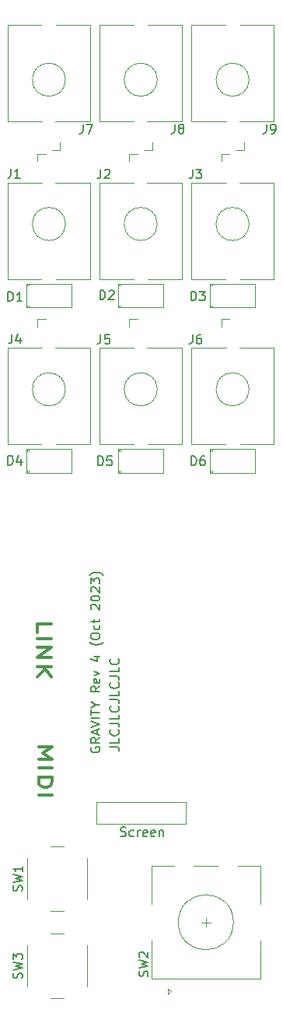
<source format=gbr>
%TF.GenerationSoftware,KiCad,Pcbnew,6.0.11-2627ca5db0~126~ubuntu22.04.1*%
%TF.CreationDate,2023-10-17T21:27:59+03:00*%
%TF.ProjectId,gtoe,67746f65-2e6b-4696-9361-645f70636258,rev?*%
%TF.SameCoordinates,Original*%
%TF.FileFunction,Legend,Top*%
%TF.FilePolarity,Positive*%
%FSLAX46Y46*%
G04 Gerber Fmt 4.6, Leading zero omitted, Abs format (unit mm)*
G04 Created by KiCad (PCBNEW 6.0.11-2627ca5db0~126~ubuntu22.04.1) date 2023-10-17 21:27:59*
%MOMM*%
%LPD*%
G01*
G04 APERTURE LIST*
%ADD10C,0.150000*%
%ADD11C,0.375000*%
%ADD12C,0.120000*%
G04 APERTURE END LIST*
D10*
X109400000Y-118961904D02*
X109352380Y-119057142D01*
X109352380Y-119200000D01*
X109400000Y-119342857D01*
X109495238Y-119438095D01*
X109590476Y-119485714D01*
X109780952Y-119533333D01*
X109923809Y-119533333D01*
X110114285Y-119485714D01*
X110209523Y-119438095D01*
X110304761Y-119342857D01*
X110352380Y-119200000D01*
X110352380Y-119104761D01*
X110304761Y-118961904D01*
X110257142Y-118914285D01*
X109923809Y-118914285D01*
X109923809Y-119104761D01*
X110352380Y-117914285D02*
X109876190Y-118247619D01*
X110352380Y-118485714D02*
X109352380Y-118485714D01*
X109352380Y-118104761D01*
X109400000Y-118009523D01*
X109447619Y-117961904D01*
X109542857Y-117914285D01*
X109685714Y-117914285D01*
X109780952Y-117961904D01*
X109828571Y-118009523D01*
X109876190Y-118104761D01*
X109876190Y-118485714D01*
X110066666Y-117533333D02*
X110066666Y-117057142D01*
X110352380Y-117628571D02*
X109352380Y-117295238D01*
X110352380Y-116961904D01*
X109352380Y-116771428D02*
X110352380Y-116438095D01*
X109352380Y-116104761D01*
X110352380Y-115771428D02*
X109352380Y-115771428D01*
X109352380Y-115438095D02*
X109352380Y-114866666D01*
X110352380Y-115152380D02*
X109352380Y-115152380D01*
X109876190Y-114342857D02*
X110352380Y-114342857D01*
X109352380Y-114676190D02*
X109876190Y-114342857D01*
X109352380Y-114009523D01*
X110352380Y-112342857D02*
X109876190Y-112676190D01*
X110352380Y-112914285D02*
X109352380Y-112914285D01*
X109352380Y-112533333D01*
X109400000Y-112438095D01*
X109447619Y-112390476D01*
X109542857Y-112342857D01*
X109685714Y-112342857D01*
X109780952Y-112390476D01*
X109828571Y-112438095D01*
X109876190Y-112533333D01*
X109876190Y-112914285D01*
X110304761Y-111533333D02*
X110352380Y-111628571D01*
X110352380Y-111819047D01*
X110304761Y-111914285D01*
X110209523Y-111961904D01*
X109828571Y-111961904D01*
X109733333Y-111914285D01*
X109685714Y-111819047D01*
X109685714Y-111628571D01*
X109733333Y-111533333D01*
X109828571Y-111485714D01*
X109923809Y-111485714D01*
X110019047Y-111961904D01*
X109685714Y-111152380D02*
X110352380Y-110914285D01*
X109685714Y-110676190D01*
X109685714Y-109104761D02*
X110352380Y-109104761D01*
X109304761Y-109342857D02*
X110019047Y-109580952D01*
X110019047Y-108961904D01*
X110733333Y-107533333D02*
X110685714Y-107580952D01*
X110542857Y-107676190D01*
X110447619Y-107723809D01*
X110304761Y-107771428D01*
X110066666Y-107819047D01*
X109876190Y-107819047D01*
X109638095Y-107771428D01*
X109495238Y-107723809D01*
X109400000Y-107676190D01*
X109257142Y-107580952D01*
X109209523Y-107533333D01*
X109352380Y-106961904D02*
X109352380Y-106771428D01*
X109400000Y-106676190D01*
X109495238Y-106580952D01*
X109685714Y-106533333D01*
X110019047Y-106533333D01*
X110209523Y-106580952D01*
X110304761Y-106676190D01*
X110352380Y-106771428D01*
X110352380Y-106961904D01*
X110304761Y-107057142D01*
X110209523Y-107152380D01*
X110019047Y-107200000D01*
X109685714Y-107200000D01*
X109495238Y-107152380D01*
X109400000Y-107057142D01*
X109352380Y-106961904D01*
X110304761Y-105676190D02*
X110352380Y-105771428D01*
X110352380Y-105961904D01*
X110304761Y-106057142D01*
X110257142Y-106104761D01*
X110161904Y-106152380D01*
X109876190Y-106152380D01*
X109780952Y-106104761D01*
X109733333Y-106057142D01*
X109685714Y-105961904D01*
X109685714Y-105771428D01*
X109733333Y-105676190D01*
X109685714Y-105390476D02*
X109685714Y-105009523D01*
X109352380Y-105247619D02*
X110209523Y-105247619D01*
X110304761Y-105200000D01*
X110352380Y-105104761D01*
X110352380Y-105009523D01*
X109447619Y-103961904D02*
X109400000Y-103914285D01*
X109352380Y-103819047D01*
X109352380Y-103580952D01*
X109400000Y-103485714D01*
X109447619Y-103438095D01*
X109542857Y-103390476D01*
X109638095Y-103390476D01*
X109780952Y-103438095D01*
X110352380Y-104009523D01*
X110352380Y-103390476D01*
X109352380Y-102771428D02*
X109352380Y-102676190D01*
X109400000Y-102580952D01*
X109447619Y-102533333D01*
X109542857Y-102485714D01*
X109733333Y-102438095D01*
X109971428Y-102438095D01*
X110161904Y-102485714D01*
X110257142Y-102533333D01*
X110304761Y-102580952D01*
X110352380Y-102676190D01*
X110352380Y-102771428D01*
X110304761Y-102866666D01*
X110257142Y-102914285D01*
X110161904Y-102961904D01*
X109971428Y-103009523D01*
X109733333Y-103009523D01*
X109542857Y-102961904D01*
X109447619Y-102914285D01*
X109400000Y-102866666D01*
X109352380Y-102771428D01*
X109447619Y-102057142D02*
X109400000Y-102009523D01*
X109352380Y-101914285D01*
X109352380Y-101676190D01*
X109400000Y-101580952D01*
X109447619Y-101533333D01*
X109542857Y-101485714D01*
X109638095Y-101485714D01*
X109780952Y-101533333D01*
X110352380Y-102104761D01*
X110352380Y-101485714D01*
X109352380Y-101152380D02*
X109352380Y-100533333D01*
X109733333Y-100866666D01*
X109733333Y-100723809D01*
X109780952Y-100628571D01*
X109828571Y-100580952D01*
X109923809Y-100533333D01*
X110161904Y-100533333D01*
X110257142Y-100580952D01*
X110304761Y-100628571D01*
X110352380Y-100723809D01*
X110352380Y-101009523D01*
X110304761Y-101104761D01*
X110257142Y-101152380D01*
X110733333Y-100200000D02*
X110685714Y-100152380D01*
X110542857Y-100057142D01*
X110447619Y-100009523D01*
X110304761Y-99961904D01*
X110066666Y-99914285D01*
X109876190Y-99914285D01*
X109638095Y-99961904D01*
X109495238Y-100009523D01*
X109400000Y-100057142D01*
X109257142Y-100152380D01*
X109209523Y-100200000D01*
X111452380Y-118919047D02*
X112166666Y-118919047D01*
X112309523Y-118966666D01*
X112404761Y-119061904D01*
X112452380Y-119204761D01*
X112452380Y-119300000D01*
X112452380Y-117966666D02*
X112452380Y-118442857D01*
X111452380Y-118442857D01*
X112357142Y-117061904D02*
X112404761Y-117109523D01*
X112452380Y-117252380D01*
X112452380Y-117347619D01*
X112404761Y-117490476D01*
X112309523Y-117585714D01*
X112214285Y-117633333D01*
X112023809Y-117680952D01*
X111880952Y-117680952D01*
X111690476Y-117633333D01*
X111595238Y-117585714D01*
X111500000Y-117490476D01*
X111452380Y-117347619D01*
X111452380Y-117252380D01*
X111500000Y-117109523D01*
X111547619Y-117061904D01*
X111452380Y-116347619D02*
X112166666Y-116347619D01*
X112309523Y-116395238D01*
X112404761Y-116490476D01*
X112452380Y-116633333D01*
X112452380Y-116728571D01*
X112452380Y-115395238D02*
X112452380Y-115871428D01*
X111452380Y-115871428D01*
X112357142Y-114490476D02*
X112404761Y-114538095D01*
X112452380Y-114680952D01*
X112452380Y-114776190D01*
X112404761Y-114919047D01*
X112309523Y-115014285D01*
X112214285Y-115061904D01*
X112023809Y-115109523D01*
X111880952Y-115109523D01*
X111690476Y-115061904D01*
X111595238Y-115014285D01*
X111500000Y-114919047D01*
X111452380Y-114776190D01*
X111452380Y-114680952D01*
X111500000Y-114538095D01*
X111547619Y-114490476D01*
X111452380Y-113776190D02*
X112166666Y-113776190D01*
X112309523Y-113823809D01*
X112404761Y-113919047D01*
X112452380Y-114061904D01*
X112452380Y-114157142D01*
X112452380Y-112823809D02*
X112452380Y-113300000D01*
X111452380Y-113300000D01*
X112357142Y-111919047D02*
X112404761Y-111966666D01*
X112452380Y-112109523D01*
X112452380Y-112204761D01*
X112404761Y-112347619D01*
X112309523Y-112442857D01*
X112214285Y-112490476D01*
X112023809Y-112538095D01*
X111880952Y-112538095D01*
X111690476Y-112490476D01*
X111595238Y-112442857D01*
X111500000Y-112347619D01*
X111452380Y-112204761D01*
X111452380Y-112109523D01*
X111500000Y-111966666D01*
X111547619Y-111919047D01*
X111452380Y-111204761D02*
X112166666Y-111204761D01*
X112309523Y-111252380D01*
X112404761Y-111347619D01*
X112452380Y-111490476D01*
X112452380Y-111585714D01*
X112452380Y-110252380D02*
X112452380Y-110728571D01*
X111452380Y-110728571D01*
X112357142Y-109347619D02*
X112404761Y-109395238D01*
X112452380Y-109538095D01*
X112452380Y-109633333D01*
X112404761Y-109776190D01*
X112309523Y-109871428D01*
X112214285Y-109919047D01*
X112023809Y-109966666D01*
X111880952Y-109966666D01*
X111690476Y-109919047D01*
X111595238Y-109871428D01*
X111500000Y-109776190D01*
X111452380Y-109633333D01*
X111452380Y-109538095D01*
X111500000Y-109395238D01*
X111547619Y-109347619D01*
%TO.C,Screen*%
X112616666Y-128604761D02*
X112759523Y-128652380D01*
X112997619Y-128652380D01*
X113092857Y-128604761D01*
X113140476Y-128557142D01*
X113188095Y-128461904D01*
X113188095Y-128366666D01*
X113140476Y-128271428D01*
X113092857Y-128223809D01*
X112997619Y-128176190D01*
X112807142Y-128128571D01*
X112711904Y-128080952D01*
X112664285Y-128033333D01*
X112616666Y-127938095D01*
X112616666Y-127842857D01*
X112664285Y-127747619D01*
X112711904Y-127700000D01*
X112807142Y-127652380D01*
X113045238Y-127652380D01*
X113188095Y-127700000D01*
X114045238Y-128604761D02*
X113950000Y-128652380D01*
X113759523Y-128652380D01*
X113664285Y-128604761D01*
X113616666Y-128557142D01*
X113569047Y-128461904D01*
X113569047Y-128176190D01*
X113616666Y-128080952D01*
X113664285Y-128033333D01*
X113759523Y-127985714D01*
X113950000Y-127985714D01*
X114045238Y-128033333D01*
X114473809Y-128652380D02*
X114473809Y-127985714D01*
X114473809Y-128176190D02*
X114521428Y-128080952D01*
X114569047Y-128033333D01*
X114664285Y-127985714D01*
X114759523Y-127985714D01*
X115473809Y-128604761D02*
X115378571Y-128652380D01*
X115188095Y-128652380D01*
X115092857Y-128604761D01*
X115045238Y-128509523D01*
X115045238Y-128128571D01*
X115092857Y-128033333D01*
X115188095Y-127985714D01*
X115378571Y-127985714D01*
X115473809Y-128033333D01*
X115521428Y-128128571D01*
X115521428Y-128223809D01*
X115045238Y-128319047D01*
X116330952Y-128604761D02*
X116235714Y-128652380D01*
X116045238Y-128652380D01*
X115950000Y-128604761D01*
X115902380Y-128509523D01*
X115902380Y-128128571D01*
X115950000Y-128033333D01*
X116045238Y-127985714D01*
X116235714Y-127985714D01*
X116330952Y-128033333D01*
X116378571Y-128128571D01*
X116378571Y-128223809D01*
X115902380Y-128319047D01*
X116807142Y-127985714D02*
X116807142Y-128652380D01*
X116807142Y-128080952D02*
X116854761Y-128033333D01*
X116950000Y-127985714D01*
X117092857Y-127985714D01*
X117188095Y-128033333D01*
X117235714Y-128128571D01*
X117235714Y-128652380D01*
D11*
%TO.C,MIDI*%
X103671428Y-118930952D02*
X105171428Y-118930952D01*
X104100000Y-119597619D01*
X105171428Y-120264285D01*
X103671428Y-120264285D01*
X103671428Y-121216666D02*
X105171428Y-121216666D01*
X103671428Y-122169047D02*
X105171428Y-122169047D01*
X105171428Y-122645238D01*
X105100000Y-122930952D01*
X104957142Y-123121428D01*
X104814285Y-123216666D01*
X104528571Y-123311904D01*
X104314285Y-123311904D01*
X104028571Y-123216666D01*
X103885714Y-123121428D01*
X103742857Y-122930952D01*
X103671428Y-122645238D01*
X103671428Y-122169047D01*
X103671428Y-124169047D02*
X105171428Y-124169047D01*
D10*
%TO.C,J9*%
X128496666Y-51152380D02*
X128496666Y-51866666D01*
X128449047Y-52009523D01*
X128353809Y-52104761D01*
X128210952Y-52152380D01*
X128115714Y-52152380D01*
X129020476Y-52152380D02*
X129210952Y-52152380D01*
X129306190Y-52104761D01*
X129353809Y-52057142D01*
X129449047Y-51914285D01*
X129496666Y-51723809D01*
X129496666Y-51342857D01*
X129449047Y-51247619D01*
X129401428Y-51200000D01*
X129306190Y-51152380D01*
X129115714Y-51152380D01*
X129020476Y-51200000D01*
X128972857Y-51247619D01*
X128925238Y-51342857D01*
X128925238Y-51580952D01*
X128972857Y-51676190D01*
X129020476Y-51723809D01*
X129115714Y-51771428D01*
X129306190Y-51771428D01*
X129401428Y-51723809D01*
X129449047Y-51676190D01*
X129496666Y-51580952D01*
%TO.C,SW3*%
X101854761Y-144083333D02*
X101902380Y-143940476D01*
X101902380Y-143702380D01*
X101854761Y-143607142D01*
X101807142Y-143559523D01*
X101711904Y-143511904D01*
X101616666Y-143511904D01*
X101521428Y-143559523D01*
X101473809Y-143607142D01*
X101426190Y-143702380D01*
X101378571Y-143892857D01*
X101330952Y-143988095D01*
X101283333Y-144035714D01*
X101188095Y-144083333D01*
X101092857Y-144083333D01*
X100997619Y-144035714D01*
X100950000Y-143988095D01*
X100902380Y-143892857D01*
X100902380Y-143654761D01*
X100950000Y-143511904D01*
X100902380Y-143178571D02*
X101902380Y-142940476D01*
X101188095Y-142750000D01*
X101902380Y-142559523D01*
X100902380Y-142321428D01*
X100902380Y-142035714D02*
X100902380Y-141416666D01*
X101283333Y-141750000D01*
X101283333Y-141607142D01*
X101330952Y-141511904D01*
X101378571Y-141464285D01*
X101473809Y-141416666D01*
X101711904Y-141416666D01*
X101807142Y-141464285D01*
X101854761Y-141511904D01*
X101902380Y-141607142D01*
X101902380Y-141892857D01*
X101854761Y-141988095D01*
X101807142Y-142035714D01*
%TO.C,D5*%
X110161904Y-88282380D02*
X110161904Y-87282380D01*
X110400000Y-87282380D01*
X110542857Y-87330000D01*
X110638095Y-87425238D01*
X110685714Y-87520476D01*
X110733333Y-87710952D01*
X110733333Y-87853809D01*
X110685714Y-88044285D01*
X110638095Y-88139523D01*
X110542857Y-88234761D01*
X110400000Y-88282380D01*
X110161904Y-88282380D01*
X111638095Y-87282380D02*
X111161904Y-87282380D01*
X111114285Y-87758571D01*
X111161904Y-87710952D01*
X111257142Y-87663333D01*
X111495238Y-87663333D01*
X111590476Y-87710952D01*
X111638095Y-87758571D01*
X111685714Y-87853809D01*
X111685714Y-88091904D01*
X111638095Y-88187142D01*
X111590476Y-88234761D01*
X111495238Y-88282380D01*
X111257142Y-88282380D01*
X111161904Y-88234761D01*
X111114285Y-88187142D01*
%TO.C,J2*%
X110436666Y-56052380D02*
X110436666Y-56766666D01*
X110389047Y-56909523D01*
X110293809Y-57004761D01*
X110150952Y-57052380D01*
X110055714Y-57052380D01*
X110865238Y-56147619D02*
X110912857Y-56100000D01*
X111008095Y-56052380D01*
X111246190Y-56052380D01*
X111341428Y-56100000D01*
X111389047Y-56147619D01*
X111436666Y-56242857D01*
X111436666Y-56338095D01*
X111389047Y-56480952D01*
X110817619Y-57052380D01*
X111436666Y-57052380D01*
%TO.C,J5*%
X110436666Y-74052380D02*
X110436666Y-74766666D01*
X110389047Y-74909523D01*
X110293809Y-75004761D01*
X110150952Y-75052380D01*
X110055714Y-75052380D01*
X111389047Y-74052380D02*
X110912857Y-74052380D01*
X110865238Y-74528571D01*
X110912857Y-74480952D01*
X111008095Y-74433333D01*
X111246190Y-74433333D01*
X111341428Y-74480952D01*
X111389047Y-74528571D01*
X111436666Y-74623809D01*
X111436666Y-74861904D01*
X111389047Y-74957142D01*
X111341428Y-75004761D01*
X111246190Y-75052380D01*
X111008095Y-75052380D01*
X110912857Y-75004761D01*
X110865238Y-74957142D01*
%TO.C,D4*%
X100331904Y-88222380D02*
X100331904Y-87222380D01*
X100570000Y-87222380D01*
X100712857Y-87270000D01*
X100808095Y-87365238D01*
X100855714Y-87460476D01*
X100903333Y-87650952D01*
X100903333Y-87793809D01*
X100855714Y-87984285D01*
X100808095Y-88079523D01*
X100712857Y-88174761D01*
X100570000Y-88222380D01*
X100331904Y-88222380D01*
X101760476Y-87555714D02*
X101760476Y-88222380D01*
X101522380Y-87174761D02*
X101284285Y-87889047D01*
X101903333Y-87889047D01*
%TO.C,D3*%
X120281904Y-70342380D02*
X120281904Y-69342380D01*
X120520000Y-69342380D01*
X120662857Y-69390000D01*
X120758095Y-69485238D01*
X120805714Y-69580476D01*
X120853333Y-69770952D01*
X120853333Y-69913809D01*
X120805714Y-70104285D01*
X120758095Y-70199523D01*
X120662857Y-70294761D01*
X120520000Y-70342380D01*
X120281904Y-70342380D01*
X121186666Y-69342380D02*
X121805714Y-69342380D01*
X121472380Y-69723333D01*
X121615238Y-69723333D01*
X121710476Y-69770952D01*
X121758095Y-69818571D01*
X121805714Y-69913809D01*
X121805714Y-70151904D01*
X121758095Y-70247142D01*
X121710476Y-70294761D01*
X121615238Y-70342380D01*
X121329523Y-70342380D01*
X121234285Y-70294761D01*
X121186666Y-70247142D01*
%TO.C,J3*%
X120436666Y-56052380D02*
X120436666Y-56766666D01*
X120389047Y-56909523D01*
X120293809Y-57004761D01*
X120150952Y-57052380D01*
X120055714Y-57052380D01*
X120817619Y-56052380D02*
X121436666Y-56052380D01*
X121103333Y-56433333D01*
X121246190Y-56433333D01*
X121341428Y-56480952D01*
X121389047Y-56528571D01*
X121436666Y-56623809D01*
X121436666Y-56861904D01*
X121389047Y-56957142D01*
X121341428Y-57004761D01*
X121246190Y-57052380D01*
X120960476Y-57052380D01*
X120865238Y-57004761D01*
X120817619Y-56957142D01*
%TO.C,D2*%
X110371904Y-70222380D02*
X110371904Y-69222380D01*
X110610000Y-69222380D01*
X110752857Y-69270000D01*
X110848095Y-69365238D01*
X110895714Y-69460476D01*
X110943333Y-69650952D01*
X110943333Y-69793809D01*
X110895714Y-69984285D01*
X110848095Y-70079523D01*
X110752857Y-70174761D01*
X110610000Y-70222380D01*
X110371904Y-70222380D01*
X111324285Y-69317619D02*
X111371904Y-69270000D01*
X111467142Y-69222380D01*
X111705238Y-69222380D01*
X111800476Y-69270000D01*
X111848095Y-69317619D01*
X111895714Y-69412857D01*
X111895714Y-69508095D01*
X111848095Y-69650952D01*
X111276666Y-70222380D01*
X111895714Y-70222380D01*
%TO.C,SW2*%
X115554761Y-143883333D02*
X115602380Y-143740476D01*
X115602380Y-143502380D01*
X115554761Y-143407142D01*
X115507142Y-143359523D01*
X115411904Y-143311904D01*
X115316666Y-143311904D01*
X115221428Y-143359523D01*
X115173809Y-143407142D01*
X115126190Y-143502380D01*
X115078571Y-143692857D01*
X115030952Y-143788095D01*
X114983333Y-143835714D01*
X114888095Y-143883333D01*
X114792857Y-143883333D01*
X114697619Y-143835714D01*
X114650000Y-143788095D01*
X114602380Y-143692857D01*
X114602380Y-143454761D01*
X114650000Y-143311904D01*
X114602380Y-142978571D02*
X115602380Y-142740476D01*
X114888095Y-142550000D01*
X115602380Y-142359523D01*
X114602380Y-142121428D01*
X114697619Y-141788095D02*
X114650000Y-141740476D01*
X114602380Y-141645238D01*
X114602380Y-141407142D01*
X114650000Y-141311904D01*
X114697619Y-141264285D01*
X114792857Y-141216666D01*
X114888095Y-141216666D01*
X115030952Y-141264285D01*
X115602380Y-141835714D01*
X115602380Y-141216666D01*
%TO.C,J8*%
X118496666Y-51152380D02*
X118496666Y-51866666D01*
X118449047Y-52009523D01*
X118353809Y-52104761D01*
X118210952Y-52152380D01*
X118115714Y-52152380D01*
X119115714Y-51580952D02*
X119020476Y-51533333D01*
X118972857Y-51485714D01*
X118925238Y-51390476D01*
X118925238Y-51342857D01*
X118972857Y-51247619D01*
X119020476Y-51200000D01*
X119115714Y-51152380D01*
X119306190Y-51152380D01*
X119401428Y-51200000D01*
X119449047Y-51247619D01*
X119496666Y-51342857D01*
X119496666Y-51390476D01*
X119449047Y-51485714D01*
X119401428Y-51533333D01*
X119306190Y-51580952D01*
X119115714Y-51580952D01*
X119020476Y-51628571D01*
X118972857Y-51676190D01*
X118925238Y-51771428D01*
X118925238Y-51961904D01*
X118972857Y-52057142D01*
X119020476Y-52104761D01*
X119115714Y-52152380D01*
X119306190Y-52152380D01*
X119401428Y-52104761D01*
X119449047Y-52057142D01*
X119496666Y-51961904D01*
X119496666Y-51771428D01*
X119449047Y-51676190D01*
X119401428Y-51628571D01*
X119306190Y-51580952D01*
%TO.C,J6*%
X120436666Y-74052380D02*
X120436666Y-74766666D01*
X120389047Y-74909523D01*
X120293809Y-75004761D01*
X120150952Y-75052380D01*
X120055714Y-75052380D01*
X121341428Y-74052380D02*
X121150952Y-74052380D01*
X121055714Y-74100000D01*
X121008095Y-74147619D01*
X120912857Y-74290476D01*
X120865238Y-74480952D01*
X120865238Y-74861904D01*
X120912857Y-74957142D01*
X120960476Y-75004761D01*
X121055714Y-75052380D01*
X121246190Y-75052380D01*
X121341428Y-75004761D01*
X121389047Y-74957142D01*
X121436666Y-74861904D01*
X121436666Y-74623809D01*
X121389047Y-74528571D01*
X121341428Y-74480952D01*
X121246190Y-74433333D01*
X121055714Y-74433333D01*
X120960476Y-74480952D01*
X120912857Y-74528571D01*
X120865238Y-74623809D01*
%TO.C,J1*%
X100666666Y-56002380D02*
X100666666Y-56716666D01*
X100619047Y-56859523D01*
X100523809Y-56954761D01*
X100380952Y-57002380D01*
X100285714Y-57002380D01*
X101666666Y-57002380D02*
X101095238Y-57002380D01*
X101380952Y-57002380D02*
X101380952Y-56002380D01*
X101285714Y-56145238D01*
X101190476Y-56240476D01*
X101095238Y-56288095D01*
%TO.C,D6*%
X120301904Y-88262380D02*
X120301904Y-87262380D01*
X120540000Y-87262380D01*
X120682857Y-87310000D01*
X120778095Y-87405238D01*
X120825714Y-87500476D01*
X120873333Y-87690952D01*
X120873333Y-87833809D01*
X120825714Y-88024285D01*
X120778095Y-88119523D01*
X120682857Y-88214761D01*
X120540000Y-88262380D01*
X120301904Y-88262380D01*
X121730476Y-87262380D02*
X121540000Y-87262380D01*
X121444761Y-87310000D01*
X121397142Y-87357619D01*
X121301904Y-87500476D01*
X121254285Y-87690952D01*
X121254285Y-88071904D01*
X121301904Y-88167142D01*
X121349523Y-88214761D01*
X121444761Y-88262380D01*
X121635238Y-88262380D01*
X121730476Y-88214761D01*
X121778095Y-88167142D01*
X121825714Y-88071904D01*
X121825714Y-87833809D01*
X121778095Y-87738571D01*
X121730476Y-87690952D01*
X121635238Y-87643333D01*
X121444761Y-87643333D01*
X121349523Y-87690952D01*
X121301904Y-87738571D01*
X121254285Y-87833809D01*
%TO.C,D1*%
X100361904Y-70392380D02*
X100361904Y-69392380D01*
X100600000Y-69392380D01*
X100742857Y-69440000D01*
X100838095Y-69535238D01*
X100885714Y-69630476D01*
X100933333Y-69820952D01*
X100933333Y-69963809D01*
X100885714Y-70154285D01*
X100838095Y-70249523D01*
X100742857Y-70344761D01*
X100600000Y-70392380D01*
X100361904Y-70392380D01*
X101885714Y-70392380D02*
X101314285Y-70392380D01*
X101600000Y-70392380D02*
X101600000Y-69392380D01*
X101504761Y-69535238D01*
X101409523Y-69630476D01*
X101314285Y-69678095D01*
%TO.C,J4*%
X100766666Y-74002380D02*
X100766666Y-74716666D01*
X100719047Y-74859523D01*
X100623809Y-74954761D01*
X100480952Y-75002380D01*
X100385714Y-75002380D01*
X101671428Y-74335714D02*
X101671428Y-75002380D01*
X101433333Y-73954761D02*
X101195238Y-74669047D01*
X101814285Y-74669047D01*
%TO.C,J7*%
X108496666Y-51152380D02*
X108496666Y-51866666D01*
X108449047Y-52009523D01*
X108353809Y-52104761D01*
X108210952Y-52152380D01*
X108115714Y-52152380D01*
X108877619Y-51152380D02*
X109544285Y-51152380D01*
X109115714Y-52152380D01*
%TO.C,SW1*%
X101854761Y-134583333D02*
X101902380Y-134440476D01*
X101902380Y-134202380D01*
X101854761Y-134107142D01*
X101807142Y-134059523D01*
X101711904Y-134011904D01*
X101616666Y-134011904D01*
X101521428Y-134059523D01*
X101473809Y-134107142D01*
X101426190Y-134202380D01*
X101378571Y-134392857D01*
X101330952Y-134488095D01*
X101283333Y-134535714D01*
X101188095Y-134583333D01*
X101092857Y-134583333D01*
X100997619Y-134535714D01*
X100950000Y-134488095D01*
X100902380Y-134392857D01*
X100902380Y-134154761D01*
X100950000Y-134011904D01*
X100902380Y-133678571D02*
X101902380Y-133440476D01*
X101188095Y-133250000D01*
X101902380Y-133059523D01*
X100902380Y-132821428D01*
X101902380Y-131916666D02*
X101902380Y-132488095D01*
X101902380Y-132202380D02*
X100902380Y-132202380D01*
X101045238Y-132297619D01*
X101140476Y-132392857D01*
X101188095Y-132488095D01*
D11*
%TO.C,LINK*%
X103571428Y-106445238D02*
X103571428Y-105492857D01*
X105071428Y-105492857D01*
X103571428Y-107111904D02*
X105071428Y-107111904D01*
X103571428Y-108064285D02*
X105071428Y-108064285D01*
X103571428Y-109207142D01*
X105071428Y-109207142D01*
X103571428Y-110159523D02*
X105071428Y-110159523D01*
X103571428Y-111302380D02*
X104428571Y-110445238D01*
X105071428Y-111302380D02*
X104214285Y-110159523D01*
D12*
%TO.C,Screen*%
X109950000Y-124893500D02*
X119729000Y-124893500D01*
X109950000Y-127306500D02*
X109950000Y-124893500D01*
X119750000Y-127306500D02*
X119750000Y-124893500D01*
X119739500Y-127306500D02*
X109960500Y-127306500D01*
%TO.C,J9*%
X120300000Y-50800000D02*
X120300000Y-40300000D01*
X126030000Y-53950000D02*
X126030000Y-53150000D01*
X120300000Y-50800000D02*
X124080000Y-50800000D01*
X120300000Y-40300000D02*
X124000000Y-40300000D01*
X129300000Y-50800000D02*
X129300000Y-40300000D01*
X125600000Y-40300000D02*
X129300000Y-40300000D01*
X126030000Y-53950000D02*
X125170000Y-53950000D01*
X125520000Y-50800000D02*
X129300000Y-50800000D01*
X126600000Y-46300000D02*
G75*
G03*
X126600000Y-46300000I-1800000J0D01*
G01*
%TO.C,SW3*%
X108950000Y-145000000D02*
X108950000Y-140500000D01*
X104950000Y-146250000D02*
X106450000Y-146250000D01*
X106450000Y-139250000D02*
X104950000Y-139250000D01*
X102450000Y-140500000D02*
X102450000Y-145000000D01*
%TO.C,D5*%
X112340000Y-89110000D02*
X117260000Y-89110000D01*
X112460000Y-86490000D02*
X112460000Y-86720000D01*
X112580000Y-86490000D02*
X112580000Y-86720000D01*
X112340000Y-86490000D02*
X112340000Y-89110000D01*
X112460000Y-88880000D02*
X112460000Y-89110000D01*
X112340000Y-86490000D02*
X117260000Y-86490000D01*
X112580000Y-88880000D02*
X112580000Y-89110000D01*
X117260000Y-86490000D02*
X117260000Y-89110000D01*
%TO.C,J2*%
X114080000Y-57500000D02*
X110300000Y-57500000D01*
X113570000Y-54350000D02*
X114430000Y-54350000D01*
X114000000Y-68000000D02*
X110300000Y-68000000D01*
X119300000Y-68000000D02*
X115600000Y-68000000D01*
X113570000Y-54350000D02*
X113570000Y-55150000D01*
X110300000Y-57500000D02*
X110300000Y-68000000D01*
X119300000Y-57500000D02*
X115520000Y-57500000D01*
X119300000Y-57500000D02*
X119300000Y-68000000D01*
X116600000Y-62000000D02*
G75*
G03*
X116600000Y-62000000I-1800000J0D01*
G01*
%TO.C,J5*%
X119300000Y-75500000D02*
X115520000Y-75500000D01*
X114000000Y-86000000D02*
X110300000Y-86000000D01*
X119300000Y-75500000D02*
X119300000Y-86000000D01*
X114080000Y-75500000D02*
X110300000Y-75500000D01*
X119300000Y-86000000D02*
X115600000Y-86000000D01*
X113570000Y-72350000D02*
X114430000Y-72350000D01*
X113570000Y-72350000D02*
X113570000Y-73150000D01*
X110300000Y-75500000D02*
X110300000Y-86000000D01*
X116600000Y-80000000D02*
G75*
G03*
X116600000Y-80000000I-1800000J0D01*
G01*
%TO.C,D4*%
X102460000Y-86490000D02*
X102460000Y-86720000D01*
X102340000Y-86490000D02*
X107260000Y-86490000D01*
X102580000Y-86490000D02*
X102580000Y-86720000D01*
X102580000Y-88880000D02*
X102580000Y-89110000D01*
X102460000Y-88880000D02*
X102460000Y-89110000D01*
X107260000Y-86490000D02*
X107260000Y-89110000D01*
X102340000Y-86490000D02*
X102340000Y-89110000D01*
X102340000Y-89110000D02*
X107260000Y-89110000D01*
%TO.C,D3*%
X122460000Y-68490000D02*
X122460000Y-68720000D01*
X127260000Y-68490000D02*
X127260000Y-71110000D01*
X122340000Y-68490000D02*
X127260000Y-68490000D01*
X122340000Y-68490000D02*
X122340000Y-71110000D01*
X122580000Y-70880000D02*
X122580000Y-71110000D01*
X122340000Y-71110000D02*
X127260000Y-71110000D01*
X122460000Y-70880000D02*
X122460000Y-71110000D01*
X122580000Y-68490000D02*
X122580000Y-68720000D01*
%TO.C,J3*%
X123570000Y-54350000D02*
X123570000Y-55150000D01*
X129300000Y-57500000D02*
X125520000Y-57500000D01*
X120300000Y-57500000D02*
X120300000Y-68000000D01*
X123570000Y-54350000D02*
X124430000Y-54350000D01*
X124080000Y-57500000D02*
X120300000Y-57500000D01*
X124000000Y-68000000D02*
X120300000Y-68000000D01*
X129300000Y-57500000D02*
X129300000Y-68000000D01*
X129300000Y-68000000D02*
X125600000Y-68000000D01*
X126600000Y-62000000D02*
G75*
G03*
X126600000Y-62000000I-1800000J0D01*
G01*
%TO.C,D2*%
X112340000Y-71110000D02*
X117260000Y-71110000D01*
X112460000Y-70880000D02*
X112460000Y-71110000D01*
X117260000Y-68490000D02*
X117260000Y-71110000D01*
X112340000Y-68490000D02*
X117260000Y-68490000D01*
X112460000Y-68490000D02*
X112460000Y-68720000D01*
X112340000Y-68490000D02*
X112340000Y-71110000D01*
X112580000Y-68490000D02*
X112580000Y-68720000D01*
X112580000Y-70880000D02*
X112580000Y-71110000D01*
%TO.C,SW2*%
X124900000Y-138000000D02*
G75*
G03*
X124900000Y-138000000I-3000000J0D01*
G01*
X118100000Y-145500000D02*
X117800000Y-145800000D01*
X116000000Y-144100000D02*
X127800000Y-144100000D01*
X116000000Y-136000000D02*
X116000000Y-131900000D01*
X120600000Y-131900000D02*
X123200000Y-131900000D01*
X121400000Y-138000000D02*
X122400000Y-138000000D01*
X117800000Y-145200000D02*
X118100000Y-145500000D01*
X116000000Y-131900000D02*
X118400000Y-131900000D01*
X127800000Y-131900000D02*
X127800000Y-136000000D01*
X121900000Y-138500000D02*
X121900000Y-137500000D01*
X127800000Y-140000000D02*
X127800000Y-144100000D01*
X116000000Y-140000000D02*
X116000000Y-144100000D01*
X125400000Y-131900000D02*
X127800000Y-131900000D01*
X117800000Y-145800000D02*
X117800000Y-145200000D01*
%TO.C,J8*%
X116030000Y-53950000D02*
X115170000Y-53950000D01*
X110300000Y-50800000D02*
X110300000Y-40300000D01*
X115600000Y-40300000D02*
X119300000Y-40300000D01*
X110300000Y-40300000D02*
X114000000Y-40300000D01*
X119300000Y-50800000D02*
X119300000Y-40300000D01*
X110300000Y-50800000D02*
X114080000Y-50800000D01*
X115520000Y-50800000D02*
X119300000Y-50800000D01*
X116030000Y-53950000D02*
X116030000Y-53150000D01*
X116600000Y-46300000D02*
G75*
G03*
X116600000Y-46300000I-1800000J0D01*
G01*
%TO.C,J6*%
X123570000Y-72350000D02*
X124430000Y-72350000D01*
X124000000Y-86000000D02*
X120300000Y-86000000D01*
X129300000Y-86000000D02*
X125600000Y-86000000D01*
X129300000Y-75500000D02*
X129300000Y-86000000D01*
X120300000Y-75500000D02*
X120300000Y-86000000D01*
X129300000Y-75500000D02*
X125520000Y-75500000D01*
X124080000Y-75500000D02*
X120300000Y-75500000D01*
X123570000Y-72350000D02*
X123570000Y-73150000D01*
X126600000Y-80000000D02*
G75*
G03*
X126600000Y-80000000I-1800000J0D01*
G01*
%TO.C,J1*%
X103570000Y-54350000D02*
X103570000Y-55150000D01*
X109300000Y-57500000D02*
X105520000Y-57500000D01*
X104080000Y-57500000D02*
X100300000Y-57500000D01*
X103570000Y-54350000D02*
X104430000Y-54350000D01*
X104000000Y-68000000D02*
X100300000Y-68000000D01*
X100300000Y-57500000D02*
X100300000Y-68000000D01*
X109300000Y-57500000D02*
X109300000Y-68000000D01*
X109300000Y-68000000D02*
X105600000Y-68000000D01*
X106600000Y-62000000D02*
G75*
G03*
X106600000Y-62000000I-1800000J0D01*
G01*
%TO.C,D6*%
X127260000Y-86490000D02*
X127260000Y-89110000D01*
X122580000Y-88880000D02*
X122580000Y-89110000D01*
X122580000Y-86490000D02*
X122580000Y-86720000D01*
X122460000Y-88880000D02*
X122460000Y-89110000D01*
X122340000Y-86490000D02*
X127260000Y-86490000D01*
X122460000Y-86490000D02*
X122460000Y-86720000D01*
X122340000Y-89110000D02*
X127260000Y-89110000D01*
X122340000Y-86490000D02*
X122340000Y-89110000D01*
%TO.C,D1*%
X102340000Y-68490000D02*
X102340000Y-71110000D01*
X107260000Y-68490000D02*
X107260000Y-71110000D01*
X102580000Y-68490000D02*
X102580000Y-68720000D01*
X102460000Y-68490000D02*
X102460000Y-68720000D01*
X102580000Y-70880000D02*
X102580000Y-71110000D01*
X102460000Y-70880000D02*
X102460000Y-71110000D01*
X102340000Y-71110000D02*
X107260000Y-71110000D01*
X102340000Y-68490000D02*
X107260000Y-68490000D01*
%TO.C,J4*%
X104080000Y-75500000D02*
X100300000Y-75500000D01*
X109300000Y-75500000D02*
X105520000Y-75500000D01*
X109300000Y-86000000D02*
X105600000Y-86000000D01*
X103570000Y-72350000D02*
X103570000Y-73150000D01*
X100300000Y-75500000D02*
X100300000Y-86000000D01*
X103570000Y-72350000D02*
X104430000Y-72350000D01*
X104000000Y-86000000D02*
X100300000Y-86000000D01*
X109300000Y-75500000D02*
X109300000Y-86000000D01*
X106600000Y-80000000D02*
G75*
G03*
X106600000Y-80000000I-1800000J0D01*
G01*
%TO.C,J7*%
X100300000Y-40300000D02*
X104000000Y-40300000D01*
X100300000Y-50800000D02*
X104080000Y-50800000D01*
X100300000Y-50800000D02*
X100300000Y-40300000D01*
X105600000Y-40300000D02*
X109300000Y-40300000D01*
X106030000Y-53950000D02*
X106030000Y-53150000D01*
X109300000Y-50800000D02*
X109300000Y-40300000D01*
X105520000Y-50800000D02*
X109300000Y-50800000D01*
X106030000Y-53950000D02*
X105170000Y-53950000D01*
X106600000Y-46300000D02*
G75*
G03*
X106600000Y-46300000I-1800000J0D01*
G01*
%TO.C,SW1*%
X108950000Y-135500000D02*
X108950000Y-131000000D01*
X102450000Y-131000000D02*
X102450000Y-135500000D01*
X104950000Y-136750000D02*
X106450000Y-136750000D01*
X106450000Y-129750000D02*
X104950000Y-129750000D01*
%TD*%
M02*

</source>
